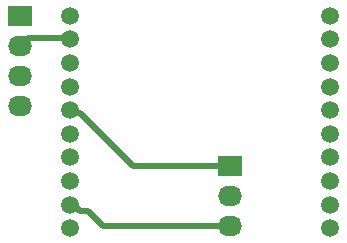
<source format=gbl>
G04 #@! TF.FileFunction,Copper,L2,Bot,Signal*
%FSLAX46Y46*%
G04 Gerber Fmt 4.6, Leading zero omitted, Abs format (unit mm)*
G04 Created by KiCad (PCBNEW 4.0.1-stable) date 2016/02/14 23:16:42*
%MOMM*%
G01*
G04 APERTURE LIST*
%ADD10C,0.100000*%
%ADD11R,2.032000X1.727200*%
%ADD12O,2.032000X1.727200*%
%ADD13C,1.500000*%
%ADD14C,0.500000*%
G04 APERTURE END LIST*
D10*
D11*
X93980000Y-71120000D03*
D12*
X93980000Y-73660000D03*
X93980000Y-76200000D03*
X93980000Y-78740000D03*
D11*
X111760000Y-83820000D03*
D12*
X111760000Y-86360000D03*
X111760000Y-88900000D03*
D13*
X120220740Y-71120000D03*
X120220740Y-79121000D03*
X120220740Y-83118960D03*
X120220740Y-81119980D03*
X120220740Y-75120500D03*
X120220740Y-77119480D03*
X120220740Y-73118980D03*
X120220740Y-87119460D03*
X120220740Y-89120980D03*
X120220740Y-85120480D03*
X98219260Y-85120480D03*
X98219260Y-89120980D03*
X98219260Y-87119460D03*
X98219260Y-73118980D03*
X98219260Y-77119480D03*
X98219260Y-75120500D03*
X98219260Y-81119980D03*
X98219260Y-83118960D03*
X98219260Y-79121000D03*
X98219260Y-71120000D03*
D14*
X93980000Y-73660000D02*
X94615000Y-73025000D01*
X94615000Y-73025000D02*
X98425000Y-73025000D01*
X98425000Y-73025000D02*
X98219260Y-73118980D01*
X98219260Y-79121000D02*
X98425000Y-79375000D01*
X98425000Y-79375000D02*
X99060000Y-79375000D01*
X99060000Y-79375000D02*
X103505000Y-83820000D01*
X103505000Y-83820000D02*
X111760000Y-83820000D01*
X98219260Y-87119460D02*
X98425000Y-86995000D01*
X98425000Y-86995000D02*
X99060000Y-87630000D01*
X99060000Y-87630000D02*
X99695000Y-87630000D01*
X99695000Y-87630000D02*
X100965000Y-88900000D01*
X100965000Y-88900000D02*
X111760000Y-88900000D01*
M02*

</source>
